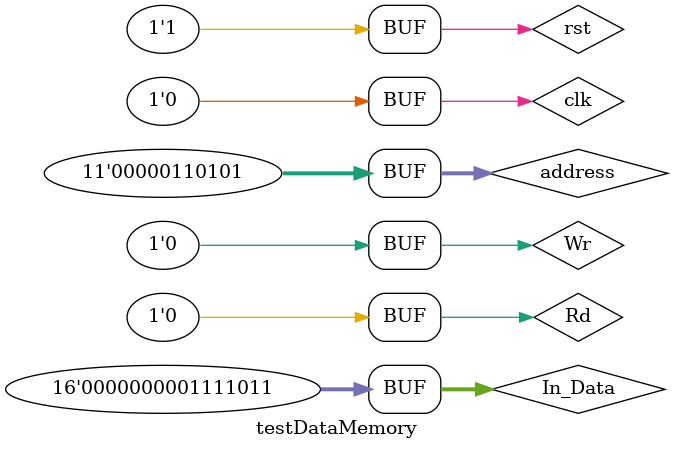
<source format=v>
`timescale 1ns / 1ps

module testDataMemory;

	// Inputs
	reg clk;
	reg rst;
	reg Rd;
	reg Wr;
	reg [10:0] address;
	reg [15:0] In_Data;

	// Outputs
	wire [15:0] Out_Data;

	// Instantiate the Unit Under Test (UUT)
	DataMemory uut (
		.clk(clk), 
		.rst(rst), 
		.Rd(Rd), 
		.Wr(Wr), 
		.address(address), 
		.In_Data(In_Data), 
		.Out_Data(Out_Data)
	);

	initial begin
		// Initialize Inputs
		clk = 0;
		rst = 1;
		Rd = 0;
		Wr = 0;
		address = 0;
		In_Data = 0;

		// Wait 100 ns for global reset to finish
		#100;
		address = 53;
		In_Data = 123;
		Wr = 1;
		#2;
		Wr = 0;
		#2;
		Rd = 1;
		#2;
		Rd = 0;
		
		
        
		// Add stimulus here

	end
	
   always
	begin
		#1;clk = 1;
		#1;clk = 0;
	end
endmodule


</source>
